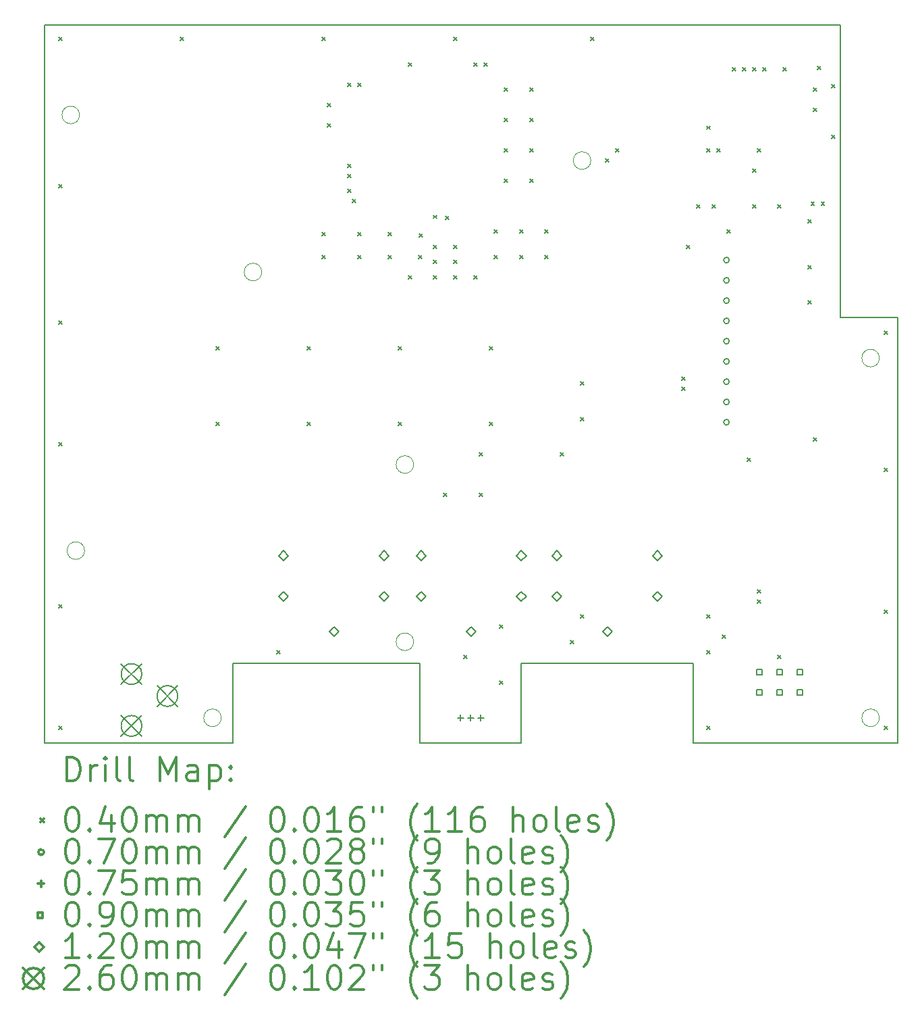
<source format=gbr>
%FSLAX45Y45*%
G04 Gerber Fmt 4.5, Leading zero omitted, Abs format (unit mm)*
G04 Created by KiCad (PCBNEW (5.1.6)-1) date 2021-06-16 15:59:07*
%MOMM*%
%LPD*%
G01*
G04 APERTURE LIST*
%TA.AperFunction,Profile*%
%ADD10C,0.050000*%
%TD*%
%TA.AperFunction,Profile*%
%ADD11C,0.200000*%
%TD*%
%ADD12C,0.200000*%
%ADD13C,0.300000*%
G04 APERTURE END LIST*
D10*
X8428500Y-14605000D02*
G75*
G03*
X8428500Y-14605000I-110000J0D01*
G01*
X14270500Y-11049000D02*
G75*
G03*
X14270500Y-11049000I-110000J0D01*
G01*
X14270500Y-15557500D02*
G75*
G03*
X14270500Y-15557500I-110000J0D01*
G01*
X4237500Y-8001000D02*
G75*
G03*
X4237500Y-8001000I-110000J0D01*
G01*
X10651000Y-8572500D02*
G75*
G03*
X10651000Y-8572500I-110000J0D01*
G01*
X6523500Y-9969500D02*
G75*
G03*
X6523500Y-9969500I-110000J0D01*
G01*
X4301000Y-13462000D02*
G75*
G03*
X4301000Y-13462000I-110000J0D01*
G01*
X8428500Y-12382500D02*
G75*
G03*
X8428500Y-12382500I-110000J0D01*
G01*
X6015500Y-15557500D02*
G75*
G03*
X6015500Y-15557500I-110000J0D01*
G01*
D11*
X6159500Y-15875000D02*
X6159500Y-14872000D01*
X11938000Y-15875000D02*
X11938000Y-14872000D01*
X14500000Y-15875000D02*
X11938000Y-15875000D01*
X14500000Y-15875000D02*
X14500000Y-14872000D01*
X3800000Y-15875000D02*
X6159500Y-15875000D01*
X9779000Y-14872000D02*
X11938000Y-14872000D01*
X9779000Y-15875000D02*
X9779000Y-14872000D01*
X9779000Y-15875000D02*
X8509000Y-15875000D01*
X8509000Y-15875000D02*
X8509000Y-14872000D01*
X13779500Y-10541000D02*
X13779500Y-6872000D01*
X14500000Y-10541000D02*
X13779500Y-10541000D01*
X3800000Y-6872000D02*
X13779500Y-6872000D01*
X6159500Y-14872000D02*
X8509000Y-14872000D01*
X14500000Y-10541000D02*
X14500000Y-14872000D01*
X3800000Y-6872000D02*
X3800000Y-15875000D01*
D12*
X12108500Y-8141500D02*
X12148500Y-8181500D01*
X12148500Y-8141500D02*
X12108500Y-8181500D01*
X12108500Y-8425500D02*
X12148500Y-8465500D01*
X12148500Y-8425500D02*
X12108500Y-8465500D01*
X12235500Y-8425500D02*
X12275500Y-8465500D01*
X12275500Y-8425500D02*
X12235500Y-8465500D01*
X12426000Y-7409500D02*
X12466000Y-7449500D01*
X12466000Y-7409500D02*
X12426000Y-7449500D01*
X12553000Y-7409500D02*
X12593000Y-7449500D01*
X12593000Y-7409500D02*
X12553000Y-7449500D01*
X12680000Y-7409500D02*
X12720000Y-7449500D01*
X12720000Y-7409500D02*
X12680000Y-7449500D01*
X12680000Y-8679500D02*
X12720000Y-8719500D01*
X12720000Y-8679500D02*
X12680000Y-8719500D01*
X12743500Y-8425500D02*
X12783500Y-8465500D01*
X12783500Y-8425500D02*
X12743500Y-8465500D01*
X12807000Y-7409500D02*
X12847000Y-7449500D01*
X12847000Y-7409500D02*
X12807000Y-7449500D01*
X13061000Y-7409500D02*
X13101000Y-7449500D01*
X13101000Y-7409500D02*
X13061000Y-7449500D01*
X13442000Y-7663500D02*
X13482000Y-7703500D01*
X13482000Y-7663500D02*
X13442000Y-7703500D01*
X13442000Y-7917500D02*
X13482000Y-7957500D01*
X13482000Y-7917500D02*
X13442000Y-7957500D01*
X13492800Y-7391500D02*
X13532800Y-7431500D01*
X13532800Y-7391500D02*
X13492800Y-7431500D01*
X13674000Y-7622000D02*
X13714000Y-7662000D01*
X13714000Y-7622000D02*
X13674000Y-7662000D01*
X13674000Y-8257000D02*
X13714000Y-8297000D01*
X13714000Y-8257000D02*
X13674000Y-8297000D01*
X8108000Y-9759000D02*
X8148000Y-9799000D01*
X8148000Y-9759000D02*
X8108000Y-9799000D01*
X14331000Y-12426000D02*
X14371000Y-12466000D01*
X14371000Y-12426000D02*
X14331000Y-12466000D01*
X7346000Y-7854000D02*
X7386000Y-7894000D01*
X7386000Y-7854000D02*
X7346000Y-7894000D01*
X14331000Y-14204000D02*
X14371000Y-14244000D01*
X14371000Y-14204000D02*
X14331000Y-14244000D01*
X7727000Y-9475000D02*
X7767000Y-9515000D01*
X7767000Y-9475000D02*
X7727000Y-9515000D01*
X12108500Y-14712000D02*
X12148500Y-14752000D01*
X12148500Y-14712000D02*
X12108500Y-14752000D01*
X12108500Y-15664500D02*
X12148500Y-15704500D01*
X12148500Y-15664500D02*
X12108500Y-15704500D01*
X10076500Y-9759000D02*
X10116500Y-9799000D01*
X10116500Y-9759000D02*
X10076500Y-9799000D01*
X5504500Y-7028500D02*
X5544500Y-7068500D01*
X5544500Y-7028500D02*
X5504500Y-7068500D01*
X9441500Y-9759000D02*
X9481500Y-9799000D01*
X9481500Y-9759000D02*
X9441500Y-9799000D01*
X10521000Y-11346500D02*
X10561000Y-11386500D01*
X10561000Y-11346500D02*
X10521000Y-11386500D01*
X9886000Y-7663500D02*
X9926000Y-7703500D01*
X9926000Y-7663500D02*
X9886000Y-7703500D01*
X9251000Y-12235500D02*
X9291000Y-12275500D01*
X9291000Y-12235500D02*
X9251000Y-12275500D01*
X7727000Y-9759000D02*
X7767000Y-9799000D01*
X7767000Y-9759000D02*
X7727000Y-9799000D01*
X14331000Y-15664500D02*
X14371000Y-15704500D01*
X14371000Y-15664500D02*
X14331000Y-15704500D01*
X9886000Y-8806500D02*
X9926000Y-8846500D01*
X9926000Y-8806500D02*
X9886000Y-8846500D01*
X12299000Y-14521500D02*
X12339000Y-14561500D01*
X12339000Y-14521500D02*
X12299000Y-14561500D01*
X7282500Y-9475000D02*
X7322500Y-9515000D01*
X7322500Y-9475000D02*
X7282500Y-9515000D01*
X9568500Y-7663500D02*
X9608500Y-7703500D01*
X9608500Y-7663500D02*
X9568500Y-7703500D01*
X10267000Y-12235500D02*
X10307000Y-12275500D01*
X10307000Y-12235500D02*
X10267000Y-12275500D01*
X9378000Y-11854500D02*
X9418000Y-11894500D01*
X9418000Y-11854500D02*
X9378000Y-11894500D01*
X11981500Y-9124000D02*
X12021500Y-9164000D01*
X12021500Y-9124000D02*
X11981500Y-9164000D01*
X13413000Y-9095000D02*
X13453000Y-9135000D01*
X13453000Y-9095000D02*
X13413000Y-9135000D01*
X7282500Y-7028500D02*
X7322500Y-7068500D01*
X7322500Y-7028500D02*
X7282500Y-7068500D01*
X7092000Y-10902000D02*
X7132000Y-10942000D01*
X7132000Y-10902000D02*
X7092000Y-10942000D01*
X13540000Y-9095000D02*
X13580000Y-9135000D01*
X13580000Y-9095000D02*
X13540000Y-9135000D01*
X13378500Y-9886000D02*
X13418500Y-9926000D01*
X13418500Y-9886000D02*
X13378500Y-9926000D01*
X5949000Y-10902000D02*
X5989000Y-10942000D01*
X5989000Y-10902000D02*
X5949000Y-10942000D01*
X7600000Y-8616000D02*
X7640000Y-8656000D01*
X7640000Y-8616000D02*
X7600000Y-8656000D01*
X10521000Y-11791000D02*
X10561000Y-11831000D01*
X10561000Y-11791000D02*
X10521000Y-11831000D01*
X10838500Y-8552500D02*
X10878500Y-8592500D01*
X10878500Y-8552500D02*
X10838500Y-8592500D01*
X9886000Y-8425500D02*
X9926000Y-8465500D01*
X9926000Y-8425500D02*
X9886000Y-8465500D01*
X9251000Y-12743500D02*
X9291000Y-12783500D01*
X9291000Y-12743500D02*
X9251000Y-12783500D01*
X8500500Y-9493500D02*
X8540500Y-9533500D01*
X8540500Y-9493500D02*
X8500500Y-9533500D01*
X14331000Y-10711500D02*
X14371000Y-10751500D01*
X14371000Y-10711500D02*
X14331000Y-10751500D01*
X9568500Y-8425500D02*
X9608500Y-8465500D01*
X9608500Y-8425500D02*
X9568500Y-8465500D01*
X12108500Y-14267500D02*
X12148500Y-14307500D01*
X12148500Y-14267500D02*
X12108500Y-14307500D01*
X7727000Y-7600000D02*
X7767000Y-7640000D01*
X7767000Y-7600000D02*
X7727000Y-7640000D01*
X9568500Y-8806500D02*
X9608500Y-8846500D01*
X9608500Y-8806500D02*
X9568500Y-8846500D01*
X12743500Y-13950000D02*
X12783500Y-13990000D01*
X12783500Y-13950000D02*
X12743500Y-13990000D01*
X7092000Y-11854500D02*
X7132000Y-11894500D01*
X7132000Y-11854500D02*
X7092000Y-11894500D01*
X8933500Y-7028500D02*
X8973500Y-7068500D01*
X8973500Y-7028500D02*
X8933500Y-7068500D01*
X9505000Y-15093000D02*
X9545000Y-15133000D01*
X9545000Y-15093000D02*
X9505000Y-15133000D01*
X6711000Y-14712000D02*
X6751000Y-14752000D01*
X6751000Y-14712000D02*
X6711000Y-14752000D01*
X8933500Y-9822500D02*
X8973500Y-9862500D01*
X8973500Y-9822500D02*
X8933500Y-9862500D01*
X3980500Y-14140500D02*
X4020500Y-14180500D01*
X4020500Y-14140500D02*
X3980500Y-14180500D01*
X9187500Y-7346000D02*
X9227500Y-7386000D01*
X9227500Y-7346000D02*
X9187500Y-7386000D01*
X9187500Y-10013000D02*
X9227500Y-10053000D01*
X9227500Y-10013000D02*
X9187500Y-10053000D01*
X10965500Y-8425500D02*
X11005500Y-8465500D01*
X11005500Y-8425500D02*
X10965500Y-8465500D01*
X7600000Y-7600000D02*
X7640000Y-7640000D01*
X7640000Y-7600000D02*
X7600000Y-7640000D01*
X3980500Y-8870000D02*
X4020500Y-8910000D01*
X4020500Y-8870000D02*
X3980500Y-8910000D01*
X7282500Y-9759000D02*
X7322500Y-9799000D01*
X7322500Y-9759000D02*
X7282500Y-9799000D01*
X10394000Y-14585000D02*
X10434000Y-14625000D01*
X10434000Y-14585000D02*
X10394000Y-14625000D01*
X10521000Y-14267500D02*
X10561000Y-14307500D01*
X10561000Y-14267500D02*
X10521000Y-14307500D01*
X9314500Y-7346000D02*
X9354500Y-7386000D01*
X9354500Y-7346000D02*
X9314500Y-7386000D01*
X9505000Y-14394500D02*
X9545000Y-14434500D01*
X9545000Y-14394500D02*
X9505000Y-14434500D01*
X13378500Y-9314500D02*
X13418500Y-9354500D01*
X13418500Y-9314500D02*
X13378500Y-9354500D01*
X8235000Y-10902000D02*
X8275000Y-10942000D01*
X8275000Y-10902000D02*
X8235000Y-10942000D01*
X8679500Y-9259000D02*
X8719500Y-9299000D01*
X8719500Y-9259000D02*
X8679500Y-9299000D01*
X3980500Y-12108500D02*
X4020500Y-12148500D01*
X4020500Y-12108500D02*
X3980500Y-12148500D01*
X11854500Y-9632000D02*
X11894500Y-9672000D01*
X11894500Y-9632000D02*
X11854500Y-9672000D01*
X9441500Y-9441500D02*
X9481500Y-9481500D01*
X9481500Y-9441500D02*
X9441500Y-9481500D01*
X13378500Y-10330500D02*
X13418500Y-10370500D01*
X13418500Y-10330500D02*
X13378500Y-10370500D01*
X7600000Y-8743000D02*
X7640000Y-8783000D01*
X7640000Y-8743000D02*
X7600000Y-8783000D01*
X8679500Y-10013000D02*
X8719500Y-10053000D01*
X8719500Y-10013000D02*
X8679500Y-10053000D01*
X8362000Y-10013000D02*
X8402000Y-10053000D01*
X8402000Y-10013000D02*
X8362000Y-10053000D01*
X8489000Y-9759000D02*
X8529000Y-9799000D01*
X8529000Y-9759000D02*
X8489000Y-9799000D01*
X11791000Y-11283000D02*
X11831000Y-11323000D01*
X11831000Y-11283000D02*
X11791000Y-11323000D01*
X9378000Y-10902000D02*
X9418000Y-10942000D01*
X9418000Y-10902000D02*
X9378000Y-10942000D01*
X10076500Y-9441500D02*
X10116500Y-9481500D01*
X10116500Y-9441500D02*
X10076500Y-9481500D01*
X10648000Y-7028500D02*
X10688000Y-7068500D01*
X10688000Y-7028500D02*
X10648000Y-7068500D01*
X9060500Y-14775500D02*
X9100500Y-14815500D01*
X9100500Y-14775500D02*
X9060500Y-14815500D01*
X12997500Y-9124000D02*
X13037500Y-9164000D01*
X13037500Y-9124000D02*
X12997500Y-9164000D01*
X7663500Y-9060500D02*
X7703500Y-9100500D01*
X7703500Y-9060500D02*
X7663500Y-9100500D01*
X3980500Y-10584500D02*
X4020500Y-10624500D01*
X4020500Y-10584500D02*
X3980500Y-10624500D01*
X11791000Y-11410000D02*
X11831000Y-11450000D01*
X11831000Y-11410000D02*
X11791000Y-11450000D01*
X8933500Y-10013000D02*
X8973500Y-10053000D01*
X8973500Y-10013000D02*
X8933500Y-10053000D01*
X5949000Y-11854500D02*
X5989000Y-11894500D01*
X5989000Y-11854500D02*
X5949000Y-11894500D01*
X8108000Y-9475000D02*
X8148000Y-9515000D01*
X8148000Y-9475000D02*
X8108000Y-9515000D01*
X8362000Y-7346000D02*
X8402000Y-7386000D01*
X8402000Y-7346000D02*
X8362000Y-7386000D01*
X12997500Y-14775500D02*
X13037500Y-14815500D01*
X13037500Y-14775500D02*
X12997500Y-14815500D01*
X9886000Y-8044500D02*
X9926000Y-8084500D01*
X9926000Y-8044500D02*
X9886000Y-8084500D01*
X12743500Y-14077000D02*
X12783500Y-14117000D01*
X12783500Y-14077000D02*
X12743500Y-14117000D01*
X8827500Y-9272000D02*
X8867500Y-9312000D01*
X8867500Y-9272000D02*
X8827500Y-9312000D01*
X8235000Y-11854500D02*
X8275000Y-11894500D01*
X8275000Y-11854500D02*
X8235000Y-11894500D01*
X12362500Y-9441500D02*
X12402500Y-9481500D01*
X12402500Y-9441500D02*
X12362500Y-9481500D01*
X12172000Y-9124000D02*
X12212000Y-9164000D01*
X12212000Y-9124000D02*
X12172000Y-9164000D01*
X9759000Y-9759000D02*
X9799000Y-9799000D01*
X9799000Y-9759000D02*
X9759000Y-9799000D01*
X3980500Y-15664500D02*
X4020500Y-15704500D01*
X4020500Y-15664500D02*
X3980500Y-15704500D01*
X8679500Y-9822500D02*
X8719500Y-9862500D01*
X8719500Y-9822500D02*
X8679500Y-9862500D01*
X13442000Y-12045000D02*
X13482000Y-12085000D01*
X13482000Y-12045000D02*
X13442000Y-12085000D01*
X8933500Y-9632000D02*
X8973500Y-9672000D01*
X8973500Y-9632000D02*
X8933500Y-9672000D01*
X3980500Y-7028500D02*
X4020500Y-7068500D01*
X4020500Y-7028500D02*
X3980500Y-7068500D01*
X9568500Y-8044500D02*
X9608500Y-8084500D01*
X9608500Y-8044500D02*
X9568500Y-8084500D01*
X8806500Y-12743500D02*
X8846500Y-12783500D01*
X8846500Y-12743500D02*
X8806500Y-12783500D01*
X12616500Y-12299000D02*
X12656500Y-12339000D01*
X12656500Y-12299000D02*
X12616500Y-12339000D01*
X12680000Y-9124000D02*
X12720000Y-9164000D01*
X12720000Y-9124000D02*
X12680000Y-9164000D01*
X9759000Y-9441500D02*
X9799000Y-9481500D01*
X9799000Y-9441500D02*
X9759000Y-9481500D01*
X7600000Y-8933500D02*
X7640000Y-8973500D01*
X7640000Y-8933500D02*
X7600000Y-8973500D01*
X8679500Y-9632000D02*
X8719500Y-9672000D01*
X8719500Y-9632000D02*
X8679500Y-9672000D01*
X7346000Y-8108000D02*
X7386000Y-8148000D01*
X7386000Y-8108000D02*
X7346000Y-8148000D01*
X12386500Y-9821000D02*
G75*
G03*
X12386500Y-9821000I-35000J0D01*
G01*
X12386500Y-10075000D02*
G75*
G03*
X12386500Y-10075000I-35000J0D01*
G01*
X12386500Y-10329000D02*
G75*
G03*
X12386500Y-10329000I-35000J0D01*
G01*
X12386500Y-10583000D02*
G75*
G03*
X12386500Y-10583000I-35000J0D01*
G01*
X12386500Y-10837000D02*
G75*
G03*
X12386500Y-10837000I-35000J0D01*
G01*
X12386500Y-11091000D02*
G75*
G03*
X12386500Y-11091000I-35000J0D01*
G01*
X12386500Y-11345000D02*
G75*
G03*
X12386500Y-11345000I-35000J0D01*
G01*
X12386500Y-11599000D02*
G75*
G03*
X12386500Y-11599000I-35000J0D01*
G01*
X12386500Y-11853000D02*
G75*
G03*
X12386500Y-11853000I-35000J0D01*
G01*
X9017000Y-15520000D02*
X9017000Y-15595000D01*
X8979500Y-15557500D02*
X9054500Y-15557500D01*
X9144000Y-15520000D02*
X9144000Y-15595000D01*
X9106500Y-15557500D02*
X9181500Y-15557500D01*
X9271000Y-15520000D02*
X9271000Y-15595000D01*
X9233500Y-15557500D02*
X9308500Y-15557500D01*
X12795320Y-15017820D02*
X12795320Y-14954180D01*
X12731680Y-14954180D01*
X12731680Y-15017820D01*
X12795320Y-15017820D01*
X12795320Y-15271820D02*
X12795320Y-15208180D01*
X12731680Y-15208180D01*
X12731680Y-15271820D01*
X12795320Y-15271820D01*
X13049320Y-15017820D02*
X13049320Y-14954180D01*
X12985680Y-14954180D01*
X12985680Y-15017820D01*
X13049320Y-15017820D01*
X13049320Y-15271820D02*
X13049320Y-15208180D01*
X12985680Y-15208180D01*
X12985680Y-15271820D01*
X13049320Y-15271820D01*
X13303320Y-15017820D02*
X13303320Y-14954180D01*
X13239680Y-14954180D01*
X13239680Y-15017820D01*
X13303320Y-15017820D01*
X13303320Y-15271820D02*
X13303320Y-15208180D01*
X13239680Y-15208180D01*
X13239680Y-15271820D01*
X13303320Y-15271820D01*
X8520000Y-13584500D02*
X8580000Y-13524500D01*
X8520000Y-13464500D01*
X8460000Y-13524500D01*
X8520000Y-13584500D01*
X8520000Y-14094500D02*
X8580000Y-14034500D01*
X8520000Y-13974500D01*
X8460000Y-14034500D01*
X8520000Y-14094500D01*
X9150000Y-14534500D02*
X9210000Y-14474500D01*
X9150000Y-14414500D01*
X9090000Y-14474500D01*
X9150000Y-14534500D01*
X9780000Y-13584500D02*
X9840000Y-13524500D01*
X9780000Y-13464500D01*
X9720000Y-13524500D01*
X9780000Y-13584500D01*
X9780000Y-14094500D02*
X9840000Y-14034500D01*
X9780000Y-13974500D01*
X9720000Y-14034500D01*
X9780000Y-14094500D01*
X10228500Y-13584500D02*
X10288500Y-13524500D01*
X10228500Y-13464500D01*
X10168500Y-13524500D01*
X10228500Y-13584500D01*
X10228500Y-14094500D02*
X10288500Y-14034500D01*
X10228500Y-13974500D01*
X10168500Y-14034500D01*
X10228500Y-14094500D01*
X10858500Y-14534500D02*
X10918500Y-14474500D01*
X10858500Y-14414500D01*
X10798500Y-14474500D01*
X10858500Y-14534500D01*
X11488500Y-13584500D02*
X11548500Y-13524500D01*
X11488500Y-13464500D01*
X11428500Y-13524500D01*
X11488500Y-13584500D01*
X11488500Y-14094500D02*
X11548500Y-14034500D01*
X11488500Y-13974500D01*
X11428500Y-14034500D01*
X11488500Y-14094500D01*
X6799500Y-13584500D02*
X6859500Y-13524500D01*
X6799500Y-13464500D01*
X6739500Y-13524500D01*
X6799500Y-13584500D01*
X6799500Y-14094500D02*
X6859500Y-14034500D01*
X6799500Y-13974500D01*
X6739500Y-14034500D01*
X6799500Y-14094500D01*
X7429500Y-14534500D02*
X7489500Y-14474500D01*
X7429500Y-14414500D01*
X7369500Y-14474500D01*
X7429500Y-14534500D01*
X8059500Y-13584500D02*
X8119500Y-13524500D01*
X8059500Y-13464500D01*
X7999500Y-13524500D01*
X8059500Y-13584500D01*
X8059500Y-14094500D02*
X8119500Y-14034500D01*
X8059500Y-13974500D01*
X7999500Y-14034500D01*
X8059500Y-14094500D01*
X4759500Y-14879500D02*
X5019500Y-15139500D01*
X5019500Y-14879500D02*
X4759500Y-15139500D01*
X5019500Y-15009500D02*
G75*
G03*
X5019500Y-15009500I-130000J0D01*
G01*
X4759500Y-15529500D02*
X5019500Y-15789500D01*
X5019500Y-15529500D02*
X4759500Y-15789500D01*
X5019500Y-15659500D02*
G75*
G03*
X5019500Y-15659500I-130000J0D01*
G01*
X5209500Y-15154500D02*
X5469500Y-15414500D01*
X5469500Y-15154500D02*
X5209500Y-15414500D01*
X5469500Y-15284500D02*
G75*
G03*
X5469500Y-15284500I-130000J0D01*
G01*
D13*
X4076428Y-16350714D02*
X4076428Y-16050714D01*
X4147857Y-16050714D01*
X4190714Y-16065000D01*
X4219286Y-16093571D01*
X4233571Y-16122143D01*
X4247857Y-16179286D01*
X4247857Y-16222143D01*
X4233571Y-16279286D01*
X4219286Y-16307857D01*
X4190714Y-16336429D01*
X4147857Y-16350714D01*
X4076428Y-16350714D01*
X4376428Y-16350714D02*
X4376428Y-16150714D01*
X4376428Y-16207857D02*
X4390714Y-16179286D01*
X4405000Y-16165000D01*
X4433571Y-16150714D01*
X4462143Y-16150714D01*
X4562143Y-16350714D02*
X4562143Y-16150714D01*
X4562143Y-16050714D02*
X4547857Y-16065000D01*
X4562143Y-16079286D01*
X4576428Y-16065000D01*
X4562143Y-16050714D01*
X4562143Y-16079286D01*
X4747857Y-16350714D02*
X4719286Y-16336429D01*
X4705000Y-16307857D01*
X4705000Y-16050714D01*
X4905000Y-16350714D02*
X4876428Y-16336429D01*
X4862143Y-16307857D01*
X4862143Y-16050714D01*
X5247857Y-16350714D02*
X5247857Y-16050714D01*
X5347857Y-16265000D01*
X5447857Y-16050714D01*
X5447857Y-16350714D01*
X5719286Y-16350714D02*
X5719286Y-16193571D01*
X5705000Y-16165000D01*
X5676428Y-16150714D01*
X5619286Y-16150714D01*
X5590714Y-16165000D01*
X5719286Y-16336429D02*
X5690714Y-16350714D01*
X5619286Y-16350714D01*
X5590714Y-16336429D01*
X5576428Y-16307857D01*
X5576428Y-16279286D01*
X5590714Y-16250714D01*
X5619286Y-16236429D01*
X5690714Y-16236429D01*
X5719286Y-16222143D01*
X5862143Y-16150714D02*
X5862143Y-16450714D01*
X5862143Y-16165000D02*
X5890714Y-16150714D01*
X5947857Y-16150714D01*
X5976428Y-16165000D01*
X5990714Y-16179286D01*
X6005000Y-16207857D01*
X6005000Y-16293571D01*
X5990714Y-16322143D01*
X5976428Y-16336429D01*
X5947857Y-16350714D01*
X5890714Y-16350714D01*
X5862143Y-16336429D01*
X6133571Y-16322143D02*
X6147857Y-16336429D01*
X6133571Y-16350714D01*
X6119286Y-16336429D01*
X6133571Y-16322143D01*
X6133571Y-16350714D01*
X6133571Y-16165000D02*
X6147857Y-16179286D01*
X6133571Y-16193571D01*
X6119286Y-16179286D01*
X6133571Y-16165000D01*
X6133571Y-16193571D01*
X3750000Y-16825000D02*
X3790000Y-16865000D01*
X3790000Y-16825000D02*
X3750000Y-16865000D01*
X4133571Y-16680714D02*
X4162143Y-16680714D01*
X4190714Y-16695000D01*
X4205000Y-16709286D01*
X4219286Y-16737857D01*
X4233571Y-16795000D01*
X4233571Y-16866429D01*
X4219286Y-16923572D01*
X4205000Y-16952143D01*
X4190714Y-16966429D01*
X4162143Y-16980714D01*
X4133571Y-16980714D01*
X4105000Y-16966429D01*
X4090714Y-16952143D01*
X4076428Y-16923572D01*
X4062143Y-16866429D01*
X4062143Y-16795000D01*
X4076428Y-16737857D01*
X4090714Y-16709286D01*
X4105000Y-16695000D01*
X4133571Y-16680714D01*
X4362143Y-16952143D02*
X4376428Y-16966429D01*
X4362143Y-16980714D01*
X4347857Y-16966429D01*
X4362143Y-16952143D01*
X4362143Y-16980714D01*
X4633571Y-16780714D02*
X4633571Y-16980714D01*
X4562143Y-16666429D02*
X4490714Y-16880714D01*
X4676428Y-16880714D01*
X4847857Y-16680714D02*
X4876428Y-16680714D01*
X4905000Y-16695000D01*
X4919286Y-16709286D01*
X4933571Y-16737857D01*
X4947857Y-16795000D01*
X4947857Y-16866429D01*
X4933571Y-16923572D01*
X4919286Y-16952143D01*
X4905000Y-16966429D01*
X4876428Y-16980714D01*
X4847857Y-16980714D01*
X4819286Y-16966429D01*
X4805000Y-16952143D01*
X4790714Y-16923572D01*
X4776428Y-16866429D01*
X4776428Y-16795000D01*
X4790714Y-16737857D01*
X4805000Y-16709286D01*
X4819286Y-16695000D01*
X4847857Y-16680714D01*
X5076428Y-16980714D02*
X5076428Y-16780714D01*
X5076428Y-16809286D02*
X5090714Y-16795000D01*
X5119286Y-16780714D01*
X5162143Y-16780714D01*
X5190714Y-16795000D01*
X5205000Y-16823572D01*
X5205000Y-16980714D01*
X5205000Y-16823572D02*
X5219286Y-16795000D01*
X5247857Y-16780714D01*
X5290714Y-16780714D01*
X5319286Y-16795000D01*
X5333571Y-16823572D01*
X5333571Y-16980714D01*
X5476428Y-16980714D02*
X5476428Y-16780714D01*
X5476428Y-16809286D02*
X5490714Y-16795000D01*
X5519286Y-16780714D01*
X5562143Y-16780714D01*
X5590714Y-16795000D01*
X5605000Y-16823572D01*
X5605000Y-16980714D01*
X5605000Y-16823572D02*
X5619286Y-16795000D01*
X5647857Y-16780714D01*
X5690714Y-16780714D01*
X5719286Y-16795000D01*
X5733571Y-16823572D01*
X5733571Y-16980714D01*
X6319286Y-16666429D02*
X6062143Y-17052143D01*
X6705000Y-16680714D02*
X6733571Y-16680714D01*
X6762143Y-16695000D01*
X6776428Y-16709286D01*
X6790714Y-16737857D01*
X6805000Y-16795000D01*
X6805000Y-16866429D01*
X6790714Y-16923572D01*
X6776428Y-16952143D01*
X6762143Y-16966429D01*
X6733571Y-16980714D01*
X6705000Y-16980714D01*
X6676428Y-16966429D01*
X6662143Y-16952143D01*
X6647857Y-16923572D01*
X6633571Y-16866429D01*
X6633571Y-16795000D01*
X6647857Y-16737857D01*
X6662143Y-16709286D01*
X6676428Y-16695000D01*
X6705000Y-16680714D01*
X6933571Y-16952143D02*
X6947857Y-16966429D01*
X6933571Y-16980714D01*
X6919286Y-16966429D01*
X6933571Y-16952143D01*
X6933571Y-16980714D01*
X7133571Y-16680714D02*
X7162143Y-16680714D01*
X7190714Y-16695000D01*
X7205000Y-16709286D01*
X7219286Y-16737857D01*
X7233571Y-16795000D01*
X7233571Y-16866429D01*
X7219286Y-16923572D01*
X7205000Y-16952143D01*
X7190714Y-16966429D01*
X7162143Y-16980714D01*
X7133571Y-16980714D01*
X7105000Y-16966429D01*
X7090714Y-16952143D01*
X7076428Y-16923572D01*
X7062143Y-16866429D01*
X7062143Y-16795000D01*
X7076428Y-16737857D01*
X7090714Y-16709286D01*
X7105000Y-16695000D01*
X7133571Y-16680714D01*
X7519286Y-16980714D02*
X7347857Y-16980714D01*
X7433571Y-16980714D02*
X7433571Y-16680714D01*
X7405000Y-16723571D01*
X7376428Y-16752143D01*
X7347857Y-16766429D01*
X7776428Y-16680714D02*
X7719286Y-16680714D01*
X7690714Y-16695000D01*
X7676428Y-16709286D01*
X7647857Y-16752143D01*
X7633571Y-16809286D01*
X7633571Y-16923572D01*
X7647857Y-16952143D01*
X7662143Y-16966429D01*
X7690714Y-16980714D01*
X7747857Y-16980714D01*
X7776428Y-16966429D01*
X7790714Y-16952143D01*
X7805000Y-16923572D01*
X7805000Y-16852143D01*
X7790714Y-16823572D01*
X7776428Y-16809286D01*
X7747857Y-16795000D01*
X7690714Y-16795000D01*
X7662143Y-16809286D01*
X7647857Y-16823572D01*
X7633571Y-16852143D01*
X7919286Y-16680714D02*
X7919286Y-16737857D01*
X8033571Y-16680714D02*
X8033571Y-16737857D01*
X8476428Y-17095000D02*
X8462143Y-17080714D01*
X8433571Y-17037857D01*
X8419286Y-17009286D01*
X8405000Y-16966429D01*
X8390714Y-16895000D01*
X8390714Y-16837857D01*
X8405000Y-16766429D01*
X8419286Y-16723571D01*
X8433571Y-16695000D01*
X8462143Y-16652143D01*
X8476428Y-16637857D01*
X8747857Y-16980714D02*
X8576428Y-16980714D01*
X8662143Y-16980714D02*
X8662143Y-16680714D01*
X8633571Y-16723571D01*
X8605000Y-16752143D01*
X8576428Y-16766429D01*
X9033571Y-16980714D02*
X8862143Y-16980714D01*
X8947857Y-16980714D02*
X8947857Y-16680714D01*
X8919286Y-16723571D01*
X8890714Y-16752143D01*
X8862143Y-16766429D01*
X9290714Y-16680714D02*
X9233571Y-16680714D01*
X9205000Y-16695000D01*
X9190714Y-16709286D01*
X9162143Y-16752143D01*
X9147857Y-16809286D01*
X9147857Y-16923572D01*
X9162143Y-16952143D01*
X9176428Y-16966429D01*
X9205000Y-16980714D01*
X9262143Y-16980714D01*
X9290714Y-16966429D01*
X9305000Y-16952143D01*
X9319286Y-16923572D01*
X9319286Y-16852143D01*
X9305000Y-16823572D01*
X9290714Y-16809286D01*
X9262143Y-16795000D01*
X9205000Y-16795000D01*
X9176428Y-16809286D01*
X9162143Y-16823572D01*
X9147857Y-16852143D01*
X9676428Y-16980714D02*
X9676428Y-16680714D01*
X9805000Y-16980714D02*
X9805000Y-16823572D01*
X9790714Y-16795000D01*
X9762143Y-16780714D01*
X9719286Y-16780714D01*
X9690714Y-16795000D01*
X9676428Y-16809286D01*
X9990714Y-16980714D02*
X9962143Y-16966429D01*
X9947857Y-16952143D01*
X9933571Y-16923572D01*
X9933571Y-16837857D01*
X9947857Y-16809286D01*
X9962143Y-16795000D01*
X9990714Y-16780714D01*
X10033571Y-16780714D01*
X10062143Y-16795000D01*
X10076428Y-16809286D01*
X10090714Y-16837857D01*
X10090714Y-16923572D01*
X10076428Y-16952143D01*
X10062143Y-16966429D01*
X10033571Y-16980714D01*
X9990714Y-16980714D01*
X10262143Y-16980714D02*
X10233571Y-16966429D01*
X10219286Y-16937857D01*
X10219286Y-16680714D01*
X10490714Y-16966429D02*
X10462143Y-16980714D01*
X10405000Y-16980714D01*
X10376428Y-16966429D01*
X10362143Y-16937857D01*
X10362143Y-16823572D01*
X10376428Y-16795000D01*
X10405000Y-16780714D01*
X10462143Y-16780714D01*
X10490714Y-16795000D01*
X10505000Y-16823572D01*
X10505000Y-16852143D01*
X10362143Y-16880714D01*
X10619286Y-16966429D02*
X10647857Y-16980714D01*
X10705000Y-16980714D01*
X10733571Y-16966429D01*
X10747857Y-16937857D01*
X10747857Y-16923572D01*
X10733571Y-16895000D01*
X10705000Y-16880714D01*
X10662143Y-16880714D01*
X10633571Y-16866429D01*
X10619286Y-16837857D01*
X10619286Y-16823572D01*
X10633571Y-16795000D01*
X10662143Y-16780714D01*
X10705000Y-16780714D01*
X10733571Y-16795000D01*
X10847857Y-17095000D02*
X10862143Y-17080714D01*
X10890714Y-17037857D01*
X10905000Y-17009286D01*
X10919286Y-16966429D01*
X10933571Y-16895000D01*
X10933571Y-16837857D01*
X10919286Y-16766429D01*
X10905000Y-16723571D01*
X10890714Y-16695000D01*
X10862143Y-16652143D01*
X10847857Y-16637857D01*
X3790000Y-17241000D02*
G75*
G03*
X3790000Y-17241000I-35000J0D01*
G01*
X4133571Y-17076714D02*
X4162143Y-17076714D01*
X4190714Y-17091000D01*
X4205000Y-17105286D01*
X4219286Y-17133857D01*
X4233571Y-17191000D01*
X4233571Y-17262429D01*
X4219286Y-17319572D01*
X4205000Y-17348143D01*
X4190714Y-17362429D01*
X4162143Y-17376714D01*
X4133571Y-17376714D01*
X4105000Y-17362429D01*
X4090714Y-17348143D01*
X4076428Y-17319572D01*
X4062143Y-17262429D01*
X4062143Y-17191000D01*
X4076428Y-17133857D01*
X4090714Y-17105286D01*
X4105000Y-17091000D01*
X4133571Y-17076714D01*
X4362143Y-17348143D02*
X4376428Y-17362429D01*
X4362143Y-17376714D01*
X4347857Y-17362429D01*
X4362143Y-17348143D01*
X4362143Y-17376714D01*
X4476428Y-17076714D02*
X4676428Y-17076714D01*
X4547857Y-17376714D01*
X4847857Y-17076714D02*
X4876428Y-17076714D01*
X4905000Y-17091000D01*
X4919286Y-17105286D01*
X4933571Y-17133857D01*
X4947857Y-17191000D01*
X4947857Y-17262429D01*
X4933571Y-17319572D01*
X4919286Y-17348143D01*
X4905000Y-17362429D01*
X4876428Y-17376714D01*
X4847857Y-17376714D01*
X4819286Y-17362429D01*
X4805000Y-17348143D01*
X4790714Y-17319572D01*
X4776428Y-17262429D01*
X4776428Y-17191000D01*
X4790714Y-17133857D01*
X4805000Y-17105286D01*
X4819286Y-17091000D01*
X4847857Y-17076714D01*
X5076428Y-17376714D02*
X5076428Y-17176714D01*
X5076428Y-17205286D02*
X5090714Y-17191000D01*
X5119286Y-17176714D01*
X5162143Y-17176714D01*
X5190714Y-17191000D01*
X5205000Y-17219572D01*
X5205000Y-17376714D01*
X5205000Y-17219572D02*
X5219286Y-17191000D01*
X5247857Y-17176714D01*
X5290714Y-17176714D01*
X5319286Y-17191000D01*
X5333571Y-17219572D01*
X5333571Y-17376714D01*
X5476428Y-17376714D02*
X5476428Y-17176714D01*
X5476428Y-17205286D02*
X5490714Y-17191000D01*
X5519286Y-17176714D01*
X5562143Y-17176714D01*
X5590714Y-17191000D01*
X5605000Y-17219572D01*
X5605000Y-17376714D01*
X5605000Y-17219572D02*
X5619286Y-17191000D01*
X5647857Y-17176714D01*
X5690714Y-17176714D01*
X5719286Y-17191000D01*
X5733571Y-17219572D01*
X5733571Y-17376714D01*
X6319286Y-17062429D02*
X6062143Y-17448143D01*
X6705000Y-17076714D02*
X6733571Y-17076714D01*
X6762143Y-17091000D01*
X6776428Y-17105286D01*
X6790714Y-17133857D01*
X6805000Y-17191000D01*
X6805000Y-17262429D01*
X6790714Y-17319572D01*
X6776428Y-17348143D01*
X6762143Y-17362429D01*
X6733571Y-17376714D01*
X6705000Y-17376714D01*
X6676428Y-17362429D01*
X6662143Y-17348143D01*
X6647857Y-17319572D01*
X6633571Y-17262429D01*
X6633571Y-17191000D01*
X6647857Y-17133857D01*
X6662143Y-17105286D01*
X6676428Y-17091000D01*
X6705000Y-17076714D01*
X6933571Y-17348143D02*
X6947857Y-17362429D01*
X6933571Y-17376714D01*
X6919286Y-17362429D01*
X6933571Y-17348143D01*
X6933571Y-17376714D01*
X7133571Y-17076714D02*
X7162143Y-17076714D01*
X7190714Y-17091000D01*
X7205000Y-17105286D01*
X7219286Y-17133857D01*
X7233571Y-17191000D01*
X7233571Y-17262429D01*
X7219286Y-17319572D01*
X7205000Y-17348143D01*
X7190714Y-17362429D01*
X7162143Y-17376714D01*
X7133571Y-17376714D01*
X7105000Y-17362429D01*
X7090714Y-17348143D01*
X7076428Y-17319572D01*
X7062143Y-17262429D01*
X7062143Y-17191000D01*
X7076428Y-17133857D01*
X7090714Y-17105286D01*
X7105000Y-17091000D01*
X7133571Y-17076714D01*
X7347857Y-17105286D02*
X7362143Y-17091000D01*
X7390714Y-17076714D01*
X7462143Y-17076714D01*
X7490714Y-17091000D01*
X7505000Y-17105286D01*
X7519286Y-17133857D01*
X7519286Y-17162429D01*
X7505000Y-17205286D01*
X7333571Y-17376714D01*
X7519286Y-17376714D01*
X7690714Y-17205286D02*
X7662143Y-17191000D01*
X7647857Y-17176714D01*
X7633571Y-17148143D01*
X7633571Y-17133857D01*
X7647857Y-17105286D01*
X7662143Y-17091000D01*
X7690714Y-17076714D01*
X7747857Y-17076714D01*
X7776428Y-17091000D01*
X7790714Y-17105286D01*
X7805000Y-17133857D01*
X7805000Y-17148143D01*
X7790714Y-17176714D01*
X7776428Y-17191000D01*
X7747857Y-17205286D01*
X7690714Y-17205286D01*
X7662143Y-17219572D01*
X7647857Y-17233857D01*
X7633571Y-17262429D01*
X7633571Y-17319572D01*
X7647857Y-17348143D01*
X7662143Y-17362429D01*
X7690714Y-17376714D01*
X7747857Y-17376714D01*
X7776428Y-17362429D01*
X7790714Y-17348143D01*
X7805000Y-17319572D01*
X7805000Y-17262429D01*
X7790714Y-17233857D01*
X7776428Y-17219572D01*
X7747857Y-17205286D01*
X7919286Y-17076714D02*
X7919286Y-17133857D01*
X8033571Y-17076714D02*
X8033571Y-17133857D01*
X8476428Y-17491000D02*
X8462143Y-17476714D01*
X8433571Y-17433857D01*
X8419286Y-17405286D01*
X8405000Y-17362429D01*
X8390714Y-17291000D01*
X8390714Y-17233857D01*
X8405000Y-17162429D01*
X8419286Y-17119572D01*
X8433571Y-17091000D01*
X8462143Y-17048143D01*
X8476428Y-17033857D01*
X8605000Y-17376714D02*
X8662143Y-17376714D01*
X8690714Y-17362429D01*
X8705000Y-17348143D01*
X8733571Y-17305286D01*
X8747857Y-17248143D01*
X8747857Y-17133857D01*
X8733571Y-17105286D01*
X8719286Y-17091000D01*
X8690714Y-17076714D01*
X8633571Y-17076714D01*
X8605000Y-17091000D01*
X8590714Y-17105286D01*
X8576428Y-17133857D01*
X8576428Y-17205286D01*
X8590714Y-17233857D01*
X8605000Y-17248143D01*
X8633571Y-17262429D01*
X8690714Y-17262429D01*
X8719286Y-17248143D01*
X8733571Y-17233857D01*
X8747857Y-17205286D01*
X9105000Y-17376714D02*
X9105000Y-17076714D01*
X9233571Y-17376714D02*
X9233571Y-17219572D01*
X9219286Y-17191000D01*
X9190714Y-17176714D01*
X9147857Y-17176714D01*
X9119286Y-17191000D01*
X9105000Y-17205286D01*
X9419286Y-17376714D02*
X9390714Y-17362429D01*
X9376428Y-17348143D01*
X9362143Y-17319572D01*
X9362143Y-17233857D01*
X9376428Y-17205286D01*
X9390714Y-17191000D01*
X9419286Y-17176714D01*
X9462143Y-17176714D01*
X9490714Y-17191000D01*
X9505000Y-17205286D01*
X9519286Y-17233857D01*
X9519286Y-17319572D01*
X9505000Y-17348143D01*
X9490714Y-17362429D01*
X9462143Y-17376714D01*
X9419286Y-17376714D01*
X9690714Y-17376714D02*
X9662143Y-17362429D01*
X9647857Y-17333857D01*
X9647857Y-17076714D01*
X9919286Y-17362429D02*
X9890714Y-17376714D01*
X9833571Y-17376714D01*
X9805000Y-17362429D01*
X9790714Y-17333857D01*
X9790714Y-17219572D01*
X9805000Y-17191000D01*
X9833571Y-17176714D01*
X9890714Y-17176714D01*
X9919286Y-17191000D01*
X9933571Y-17219572D01*
X9933571Y-17248143D01*
X9790714Y-17276714D01*
X10047857Y-17362429D02*
X10076428Y-17376714D01*
X10133571Y-17376714D01*
X10162143Y-17362429D01*
X10176428Y-17333857D01*
X10176428Y-17319572D01*
X10162143Y-17291000D01*
X10133571Y-17276714D01*
X10090714Y-17276714D01*
X10062143Y-17262429D01*
X10047857Y-17233857D01*
X10047857Y-17219572D01*
X10062143Y-17191000D01*
X10090714Y-17176714D01*
X10133571Y-17176714D01*
X10162143Y-17191000D01*
X10276428Y-17491000D02*
X10290714Y-17476714D01*
X10319286Y-17433857D01*
X10333571Y-17405286D01*
X10347857Y-17362429D01*
X10362143Y-17291000D01*
X10362143Y-17233857D01*
X10347857Y-17162429D01*
X10333571Y-17119572D01*
X10319286Y-17091000D01*
X10290714Y-17048143D01*
X10276428Y-17033857D01*
X3752500Y-17599500D02*
X3752500Y-17674500D01*
X3715000Y-17637000D02*
X3790000Y-17637000D01*
X4133571Y-17472714D02*
X4162143Y-17472714D01*
X4190714Y-17487000D01*
X4205000Y-17501286D01*
X4219286Y-17529857D01*
X4233571Y-17587000D01*
X4233571Y-17658429D01*
X4219286Y-17715572D01*
X4205000Y-17744143D01*
X4190714Y-17758429D01*
X4162143Y-17772714D01*
X4133571Y-17772714D01*
X4105000Y-17758429D01*
X4090714Y-17744143D01*
X4076428Y-17715572D01*
X4062143Y-17658429D01*
X4062143Y-17587000D01*
X4076428Y-17529857D01*
X4090714Y-17501286D01*
X4105000Y-17487000D01*
X4133571Y-17472714D01*
X4362143Y-17744143D02*
X4376428Y-17758429D01*
X4362143Y-17772714D01*
X4347857Y-17758429D01*
X4362143Y-17744143D01*
X4362143Y-17772714D01*
X4476428Y-17472714D02*
X4676428Y-17472714D01*
X4547857Y-17772714D01*
X4933571Y-17472714D02*
X4790714Y-17472714D01*
X4776428Y-17615572D01*
X4790714Y-17601286D01*
X4819286Y-17587000D01*
X4890714Y-17587000D01*
X4919286Y-17601286D01*
X4933571Y-17615572D01*
X4947857Y-17644143D01*
X4947857Y-17715572D01*
X4933571Y-17744143D01*
X4919286Y-17758429D01*
X4890714Y-17772714D01*
X4819286Y-17772714D01*
X4790714Y-17758429D01*
X4776428Y-17744143D01*
X5076428Y-17772714D02*
X5076428Y-17572714D01*
X5076428Y-17601286D02*
X5090714Y-17587000D01*
X5119286Y-17572714D01*
X5162143Y-17572714D01*
X5190714Y-17587000D01*
X5205000Y-17615572D01*
X5205000Y-17772714D01*
X5205000Y-17615572D02*
X5219286Y-17587000D01*
X5247857Y-17572714D01*
X5290714Y-17572714D01*
X5319286Y-17587000D01*
X5333571Y-17615572D01*
X5333571Y-17772714D01*
X5476428Y-17772714D02*
X5476428Y-17572714D01*
X5476428Y-17601286D02*
X5490714Y-17587000D01*
X5519286Y-17572714D01*
X5562143Y-17572714D01*
X5590714Y-17587000D01*
X5605000Y-17615572D01*
X5605000Y-17772714D01*
X5605000Y-17615572D02*
X5619286Y-17587000D01*
X5647857Y-17572714D01*
X5690714Y-17572714D01*
X5719286Y-17587000D01*
X5733571Y-17615572D01*
X5733571Y-17772714D01*
X6319286Y-17458429D02*
X6062143Y-17844143D01*
X6705000Y-17472714D02*
X6733571Y-17472714D01*
X6762143Y-17487000D01*
X6776428Y-17501286D01*
X6790714Y-17529857D01*
X6805000Y-17587000D01*
X6805000Y-17658429D01*
X6790714Y-17715572D01*
X6776428Y-17744143D01*
X6762143Y-17758429D01*
X6733571Y-17772714D01*
X6705000Y-17772714D01*
X6676428Y-17758429D01*
X6662143Y-17744143D01*
X6647857Y-17715572D01*
X6633571Y-17658429D01*
X6633571Y-17587000D01*
X6647857Y-17529857D01*
X6662143Y-17501286D01*
X6676428Y-17487000D01*
X6705000Y-17472714D01*
X6933571Y-17744143D02*
X6947857Y-17758429D01*
X6933571Y-17772714D01*
X6919286Y-17758429D01*
X6933571Y-17744143D01*
X6933571Y-17772714D01*
X7133571Y-17472714D02*
X7162143Y-17472714D01*
X7190714Y-17487000D01*
X7205000Y-17501286D01*
X7219286Y-17529857D01*
X7233571Y-17587000D01*
X7233571Y-17658429D01*
X7219286Y-17715572D01*
X7205000Y-17744143D01*
X7190714Y-17758429D01*
X7162143Y-17772714D01*
X7133571Y-17772714D01*
X7105000Y-17758429D01*
X7090714Y-17744143D01*
X7076428Y-17715572D01*
X7062143Y-17658429D01*
X7062143Y-17587000D01*
X7076428Y-17529857D01*
X7090714Y-17501286D01*
X7105000Y-17487000D01*
X7133571Y-17472714D01*
X7333571Y-17472714D02*
X7519286Y-17472714D01*
X7419286Y-17587000D01*
X7462143Y-17587000D01*
X7490714Y-17601286D01*
X7505000Y-17615572D01*
X7519286Y-17644143D01*
X7519286Y-17715572D01*
X7505000Y-17744143D01*
X7490714Y-17758429D01*
X7462143Y-17772714D01*
X7376428Y-17772714D01*
X7347857Y-17758429D01*
X7333571Y-17744143D01*
X7705000Y-17472714D02*
X7733571Y-17472714D01*
X7762143Y-17487000D01*
X7776428Y-17501286D01*
X7790714Y-17529857D01*
X7805000Y-17587000D01*
X7805000Y-17658429D01*
X7790714Y-17715572D01*
X7776428Y-17744143D01*
X7762143Y-17758429D01*
X7733571Y-17772714D01*
X7705000Y-17772714D01*
X7676428Y-17758429D01*
X7662143Y-17744143D01*
X7647857Y-17715572D01*
X7633571Y-17658429D01*
X7633571Y-17587000D01*
X7647857Y-17529857D01*
X7662143Y-17501286D01*
X7676428Y-17487000D01*
X7705000Y-17472714D01*
X7919286Y-17472714D02*
X7919286Y-17529857D01*
X8033571Y-17472714D02*
X8033571Y-17529857D01*
X8476428Y-17887000D02*
X8462143Y-17872714D01*
X8433571Y-17829857D01*
X8419286Y-17801286D01*
X8405000Y-17758429D01*
X8390714Y-17687000D01*
X8390714Y-17629857D01*
X8405000Y-17558429D01*
X8419286Y-17515572D01*
X8433571Y-17487000D01*
X8462143Y-17444143D01*
X8476428Y-17429857D01*
X8562143Y-17472714D02*
X8747857Y-17472714D01*
X8647857Y-17587000D01*
X8690714Y-17587000D01*
X8719286Y-17601286D01*
X8733571Y-17615572D01*
X8747857Y-17644143D01*
X8747857Y-17715572D01*
X8733571Y-17744143D01*
X8719286Y-17758429D01*
X8690714Y-17772714D01*
X8605000Y-17772714D01*
X8576428Y-17758429D01*
X8562143Y-17744143D01*
X9105000Y-17772714D02*
X9105000Y-17472714D01*
X9233571Y-17772714D02*
X9233571Y-17615572D01*
X9219286Y-17587000D01*
X9190714Y-17572714D01*
X9147857Y-17572714D01*
X9119286Y-17587000D01*
X9105000Y-17601286D01*
X9419286Y-17772714D02*
X9390714Y-17758429D01*
X9376428Y-17744143D01*
X9362143Y-17715572D01*
X9362143Y-17629857D01*
X9376428Y-17601286D01*
X9390714Y-17587000D01*
X9419286Y-17572714D01*
X9462143Y-17572714D01*
X9490714Y-17587000D01*
X9505000Y-17601286D01*
X9519286Y-17629857D01*
X9519286Y-17715572D01*
X9505000Y-17744143D01*
X9490714Y-17758429D01*
X9462143Y-17772714D01*
X9419286Y-17772714D01*
X9690714Y-17772714D02*
X9662143Y-17758429D01*
X9647857Y-17729857D01*
X9647857Y-17472714D01*
X9919286Y-17758429D02*
X9890714Y-17772714D01*
X9833571Y-17772714D01*
X9805000Y-17758429D01*
X9790714Y-17729857D01*
X9790714Y-17615572D01*
X9805000Y-17587000D01*
X9833571Y-17572714D01*
X9890714Y-17572714D01*
X9919286Y-17587000D01*
X9933571Y-17615572D01*
X9933571Y-17644143D01*
X9790714Y-17672714D01*
X10047857Y-17758429D02*
X10076428Y-17772714D01*
X10133571Y-17772714D01*
X10162143Y-17758429D01*
X10176428Y-17729857D01*
X10176428Y-17715572D01*
X10162143Y-17687000D01*
X10133571Y-17672714D01*
X10090714Y-17672714D01*
X10062143Y-17658429D01*
X10047857Y-17629857D01*
X10047857Y-17615572D01*
X10062143Y-17587000D01*
X10090714Y-17572714D01*
X10133571Y-17572714D01*
X10162143Y-17587000D01*
X10276428Y-17887000D02*
X10290714Y-17872714D01*
X10319286Y-17829857D01*
X10333571Y-17801286D01*
X10347857Y-17758429D01*
X10362143Y-17687000D01*
X10362143Y-17629857D01*
X10347857Y-17558429D01*
X10333571Y-17515572D01*
X10319286Y-17487000D01*
X10290714Y-17444143D01*
X10276428Y-17429857D01*
X3776820Y-18064820D02*
X3776820Y-18001180D01*
X3713180Y-18001180D01*
X3713180Y-18064820D01*
X3776820Y-18064820D01*
X4133571Y-17868714D02*
X4162143Y-17868714D01*
X4190714Y-17883000D01*
X4205000Y-17897286D01*
X4219286Y-17925857D01*
X4233571Y-17983000D01*
X4233571Y-18054429D01*
X4219286Y-18111572D01*
X4205000Y-18140143D01*
X4190714Y-18154429D01*
X4162143Y-18168714D01*
X4133571Y-18168714D01*
X4105000Y-18154429D01*
X4090714Y-18140143D01*
X4076428Y-18111572D01*
X4062143Y-18054429D01*
X4062143Y-17983000D01*
X4076428Y-17925857D01*
X4090714Y-17897286D01*
X4105000Y-17883000D01*
X4133571Y-17868714D01*
X4362143Y-18140143D02*
X4376428Y-18154429D01*
X4362143Y-18168714D01*
X4347857Y-18154429D01*
X4362143Y-18140143D01*
X4362143Y-18168714D01*
X4519286Y-18168714D02*
X4576428Y-18168714D01*
X4605000Y-18154429D01*
X4619286Y-18140143D01*
X4647857Y-18097286D01*
X4662143Y-18040143D01*
X4662143Y-17925857D01*
X4647857Y-17897286D01*
X4633571Y-17883000D01*
X4605000Y-17868714D01*
X4547857Y-17868714D01*
X4519286Y-17883000D01*
X4505000Y-17897286D01*
X4490714Y-17925857D01*
X4490714Y-17997286D01*
X4505000Y-18025857D01*
X4519286Y-18040143D01*
X4547857Y-18054429D01*
X4605000Y-18054429D01*
X4633571Y-18040143D01*
X4647857Y-18025857D01*
X4662143Y-17997286D01*
X4847857Y-17868714D02*
X4876428Y-17868714D01*
X4905000Y-17883000D01*
X4919286Y-17897286D01*
X4933571Y-17925857D01*
X4947857Y-17983000D01*
X4947857Y-18054429D01*
X4933571Y-18111572D01*
X4919286Y-18140143D01*
X4905000Y-18154429D01*
X4876428Y-18168714D01*
X4847857Y-18168714D01*
X4819286Y-18154429D01*
X4805000Y-18140143D01*
X4790714Y-18111572D01*
X4776428Y-18054429D01*
X4776428Y-17983000D01*
X4790714Y-17925857D01*
X4805000Y-17897286D01*
X4819286Y-17883000D01*
X4847857Y-17868714D01*
X5076428Y-18168714D02*
X5076428Y-17968714D01*
X5076428Y-17997286D02*
X5090714Y-17983000D01*
X5119286Y-17968714D01*
X5162143Y-17968714D01*
X5190714Y-17983000D01*
X5205000Y-18011572D01*
X5205000Y-18168714D01*
X5205000Y-18011572D02*
X5219286Y-17983000D01*
X5247857Y-17968714D01*
X5290714Y-17968714D01*
X5319286Y-17983000D01*
X5333571Y-18011572D01*
X5333571Y-18168714D01*
X5476428Y-18168714D02*
X5476428Y-17968714D01*
X5476428Y-17997286D02*
X5490714Y-17983000D01*
X5519286Y-17968714D01*
X5562143Y-17968714D01*
X5590714Y-17983000D01*
X5605000Y-18011572D01*
X5605000Y-18168714D01*
X5605000Y-18011572D02*
X5619286Y-17983000D01*
X5647857Y-17968714D01*
X5690714Y-17968714D01*
X5719286Y-17983000D01*
X5733571Y-18011572D01*
X5733571Y-18168714D01*
X6319286Y-17854429D02*
X6062143Y-18240143D01*
X6705000Y-17868714D02*
X6733571Y-17868714D01*
X6762143Y-17883000D01*
X6776428Y-17897286D01*
X6790714Y-17925857D01*
X6805000Y-17983000D01*
X6805000Y-18054429D01*
X6790714Y-18111572D01*
X6776428Y-18140143D01*
X6762143Y-18154429D01*
X6733571Y-18168714D01*
X6705000Y-18168714D01*
X6676428Y-18154429D01*
X6662143Y-18140143D01*
X6647857Y-18111572D01*
X6633571Y-18054429D01*
X6633571Y-17983000D01*
X6647857Y-17925857D01*
X6662143Y-17897286D01*
X6676428Y-17883000D01*
X6705000Y-17868714D01*
X6933571Y-18140143D02*
X6947857Y-18154429D01*
X6933571Y-18168714D01*
X6919286Y-18154429D01*
X6933571Y-18140143D01*
X6933571Y-18168714D01*
X7133571Y-17868714D02*
X7162143Y-17868714D01*
X7190714Y-17883000D01*
X7205000Y-17897286D01*
X7219286Y-17925857D01*
X7233571Y-17983000D01*
X7233571Y-18054429D01*
X7219286Y-18111572D01*
X7205000Y-18140143D01*
X7190714Y-18154429D01*
X7162143Y-18168714D01*
X7133571Y-18168714D01*
X7105000Y-18154429D01*
X7090714Y-18140143D01*
X7076428Y-18111572D01*
X7062143Y-18054429D01*
X7062143Y-17983000D01*
X7076428Y-17925857D01*
X7090714Y-17897286D01*
X7105000Y-17883000D01*
X7133571Y-17868714D01*
X7333571Y-17868714D02*
X7519286Y-17868714D01*
X7419286Y-17983000D01*
X7462143Y-17983000D01*
X7490714Y-17997286D01*
X7505000Y-18011572D01*
X7519286Y-18040143D01*
X7519286Y-18111572D01*
X7505000Y-18140143D01*
X7490714Y-18154429D01*
X7462143Y-18168714D01*
X7376428Y-18168714D01*
X7347857Y-18154429D01*
X7333571Y-18140143D01*
X7790714Y-17868714D02*
X7647857Y-17868714D01*
X7633571Y-18011572D01*
X7647857Y-17997286D01*
X7676428Y-17983000D01*
X7747857Y-17983000D01*
X7776428Y-17997286D01*
X7790714Y-18011572D01*
X7805000Y-18040143D01*
X7805000Y-18111572D01*
X7790714Y-18140143D01*
X7776428Y-18154429D01*
X7747857Y-18168714D01*
X7676428Y-18168714D01*
X7647857Y-18154429D01*
X7633571Y-18140143D01*
X7919286Y-17868714D02*
X7919286Y-17925857D01*
X8033571Y-17868714D02*
X8033571Y-17925857D01*
X8476428Y-18283000D02*
X8462143Y-18268714D01*
X8433571Y-18225857D01*
X8419286Y-18197286D01*
X8405000Y-18154429D01*
X8390714Y-18083000D01*
X8390714Y-18025857D01*
X8405000Y-17954429D01*
X8419286Y-17911572D01*
X8433571Y-17883000D01*
X8462143Y-17840143D01*
X8476428Y-17825857D01*
X8719286Y-17868714D02*
X8662143Y-17868714D01*
X8633571Y-17883000D01*
X8619286Y-17897286D01*
X8590714Y-17940143D01*
X8576428Y-17997286D01*
X8576428Y-18111572D01*
X8590714Y-18140143D01*
X8605000Y-18154429D01*
X8633571Y-18168714D01*
X8690714Y-18168714D01*
X8719286Y-18154429D01*
X8733571Y-18140143D01*
X8747857Y-18111572D01*
X8747857Y-18040143D01*
X8733571Y-18011572D01*
X8719286Y-17997286D01*
X8690714Y-17983000D01*
X8633571Y-17983000D01*
X8605000Y-17997286D01*
X8590714Y-18011572D01*
X8576428Y-18040143D01*
X9105000Y-18168714D02*
X9105000Y-17868714D01*
X9233571Y-18168714D02*
X9233571Y-18011572D01*
X9219286Y-17983000D01*
X9190714Y-17968714D01*
X9147857Y-17968714D01*
X9119286Y-17983000D01*
X9105000Y-17997286D01*
X9419286Y-18168714D02*
X9390714Y-18154429D01*
X9376428Y-18140143D01*
X9362143Y-18111572D01*
X9362143Y-18025857D01*
X9376428Y-17997286D01*
X9390714Y-17983000D01*
X9419286Y-17968714D01*
X9462143Y-17968714D01*
X9490714Y-17983000D01*
X9505000Y-17997286D01*
X9519286Y-18025857D01*
X9519286Y-18111572D01*
X9505000Y-18140143D01*
X9490714Y-18154429D01*
X9462143Y-18168714D01*
X9419286Y-18168714D01*
X9690714Y-18168714D02*
X9662143Y-18154429D01*
X9647857Y-18125857D01*
X9647857Y-17868714D01*
X9919286Y-18154429D02*
X9890714Y-18168714D01*
X9833571Y-18168714D01*
X9805000Y-18154429D01*
X9790714Y-18125857D01*
X9790714Y-18011572D01*
X9805000Y-17983000D01*
X9833571Y-17968714D01*
X9890714Y-17968714D01*
X9919286Y-17983000D01*
X9933571Y-18011572D01*
X9933571Y-18040143D01*
X9790714Y-18068714D01*
X10047857Y-18154429D02*
X10076428Y-18168714D01*
X10133571Y-18168714D01*
X10162143Y-18154429D01*
X10176428Y-18125857D01*
X10176428Y-18111572D01*
X10162143Y-18083000D01*
X10133571Y-18068714D01*
X10090714Y-18068714D01*
X10062143Y-18054429D01*
X10047857Y-18025857D01*
X10047857Y-18011572D01*
X10062143Y-17983000D01*
X10090714Y-17968714D01*
X10133571Y-17968714D01*
X10162143Y-17983000D01*
X10276428Y-18283000D02*
X10290714Y-18268714D01*
X10319286Y-18225857D01*
X10333571Y-18197286D01*
X10347857Y-18154429D01*
X10362143Y-18083000D01*
X10362143Y-18025857D01*
X10347857Y-17954429D01*
X10333571Y-17911572D01*
X10319286Y-17883000D01*
X10290714Y-17840143D01*
X10276428Y-17825857D01*
X3730000Y-18489000D02*
X3790000Y-18429000D01*
X3730000Y-18369000D01*
X3670000Y-18429000D01*
X3730000Y-18489000D01*
X4233571Y-18564714D02*
X4062143Y-18564714D01*
X4147857Y-18564714D02*
X4147857Y-18264714D01*
X4119286Y-18307572D01*
X4090714Y-18336143D01*
X4062143Y-18350429D01*
X4362143Y-18536143D02*
X4376428Y-18550429D01*
X4362143Y-18564714D01*
X4347857Y-18550429D01*
X4362143Y-18536143D01*
X4362143Y-18564714D01*
X4490714Y-18293286D02*
X4505000Y-18279000D01*
X4533571Y-18264714D01*
X4605000Y-18264714D01*
X4633571Y-18279000D01*
X4647857Y-18293286D01*
X4662143Y-18321857D01*
X4662143Y-18350429D01*
X4647857Y-18393286D01*
X4476428Y-18564714D01*
X4662143Y-18564714D01*
X4847857Y-18264714D02*
X4876428Y-18264714D01*
X4905000Y-18279000D01*
X4919286Y-18293286D01*
X4933571Y-18321857D01*
X4947857Y-18379000D01*
X4947857Y-18450429D01*
X4933571Y-18507572D01*
X4919286Y-18536143D01*
X4905000Y-18550429D01*
X4876428Y-18564714D01*
X4847857Y-18564714D01*
X4819286Y-18550429D01*
X4805000Y-18536143D01*
X4790714Y-18507572D01*
X4776428Y-18450429D01*
X4776428Y-18379000D01*
X4790714Y-18321857D01*
X4805000Y-18293286D01*
X4819286Y-18279000D01*
X4847857Y-18264714D01*
X5076428Y-18564714D02*
X5076428Y-18364714D01*
X5076428Y-18393286D02*
X5090714Y-18379000D01*
X5119286Y-18364714D01*
X5162143Y-18364714D01*
X5190714Y-18379000D01*
X5205000Y-18407572D01*
X5205000Y-18564714D01*
X5205000Y-18407572D02*
X5219286Y-18379000D01*
X5247857Y-18364714D01*
X5290714Y-18364714D01*
X5319286Y-18379000D01*
X5333571Y-18407572D01*
X5333571Y-18564714D01*
X5476428Y-18564714D02*
X5476428Y-18364714D01*
X5476428Y-18393286D02*
X5490714Y-18379000D01*
X5519286Y-18364714D01*
X5562143Y-18364714D01*
X5590714Y-18379000D01*
X5605000Y-18407572D01*
X5605000Y-18564714D01*
X5605000Y-18407572D02*
X5619286Y-18379000D01*
X5647857Y-18364714D01*
X5690714Y-18364714D01*
X5719286Y-18379000D01*
X5733571Y-18407572D01*
X5733571Y-18564714D01*
X6319286Y-18250429D02*
X6062143Y-18636143D01*
X6705000Y-18264714D02*
X6733571Y-18264714D01*
X6762143Y-18279000D01*
X6776428Y-18293286D01*
X6790714Y-18321857D01*
X6805000Y-18379000D01*
X6805000Y-18450429D01*
X6790714Y-18507572D01*
X6776428Y-18536143D01*
X6762143Y-18550429D01*
X6733571Y-18564714D01*
X6705000Y-18564714D01*
X6676428Y-18550429D01*
X6662143Y-18536143D01*
X6647857Y-18507572D01*
X6633571Y-18450429D01*
X6633571Y-18379000D01*
X6647857Y-18321857D01*
X6662143Y-18293286D01*
X6676428Y-18279000D01*
X6705000Y-18264714D01*
X6933571Y-18536143D02*
X6947857Y-18550429D01*
X6933571Y-18564714D01*
X6919286Y-18550429D01*
X6933571Y-18536143D01*
X6933571Y-18564714D01*
X7133571Y-18264714D02*
X7162143Y-18264714D01*
X7190714Y-18279000D01*
X7205000Y-18293286D01*
X7219286Y-18321857D01*
X7233571Y-18379000D01*
X7233571Y-18450429D01*
X7219286Y-18507572D01*
X7205000Y-18536143D01*
X7190714Y-18550429D01*
X7162143Y-18564714D01*
X7133571Y-18564714D01*
X7105000Y-18550429D01*
X7090714Y-18536143D01*
X7076428Y-18507572D01*
X7062143Y-18450429D01*
X7062143Y-18379000D01*
X7076428Y-18321857D01*
X7090714Y-18293286D01*
X7105000Y-18279000D01*
X7133571Y-18264714D01*
X7490714Y-18364714D02*
X7490714Y-18564714D01*
X7419286Y-18250429D02*
X7347857Y-18464714D01*
X7533571Y-18464714D01*
X7619286Y-18264714D02*
X7819286Y-18264714D01*
X7690714Y-18564714D01*
X7919286Y-18264714D02*
X7919286Y-18321857D01*
X8033571Y-18264714D02*
X8033571Y-18321857D01*
X8476428Y-18679000D02*
X8462143Y-18664714D01*
X8433571Y-18621857D01*
X8419286Y-18593286D01*
X8405000Y-18550429D01*
X8390714Y-18479000D01*
X8390714Y-18421857D01*
X8405000Y-18350429D01*
X8419286Y-18307572D01*
X8433571Y-18279000D01*
X8462143Y-18236143D01*
X8476428Y-18221857D01*
X8747857Y-18564714D02*
X8576428Y-18564714D01*
X8662143Y-18564714D02*
X8662143Y-18264714D01*
X8633571Y-18307572D01*
X8605000Y-18336143D01*
X8576428Y-18350429D01*
X9019286Y-18264714D02*
X8876428Y-18264714D01*
X8862143Y-18407572D01*
X8876428Y-18393286D01*
X8905000Y-18379000D01*
X8976428Y-18379000D01*
X9005000Y-18393286D01*
X9019286Y-18407572D01*
X9033571Y-18436143D01*
X9033571Y-18507572D01*
X9019286Y-18536143D01*
X9005000Y-18550429D01*
X8976428Y-18564714D01*
X8905000Y-18564714D01*
X8876428Y-18550429D01*
X8862143Y-18536143D01*
X9390714Y-18564714D02*
X9390714Y-18264714D01*
X9519286Y-18564714D02*
X9519286Y-18407572D01*
X9505000Y-18379000D01*
X9476428Y-18364714D01*
X9433571Y-18364714D01*
X9405000Y-18379000D01*
X9390714Y-18393286D01*
X9705000Y-18564714D02*
X9676428Y-18550429D01*
X9662143Y-18536143D01*
X9647857Y-18507572D01*
X9647857Y-18421857D01*
X9662143Y-18393286D01*
X9676428Y-18379000D01*
X9705000Y-18364714D01*
X9747857Y-18364714D01*
X9776428Y-18379000D01*
X9790714Y-18393286D01*
X9805000Y-18421857D01*
X9805000Y-18507572D01*
X9790714Y-18536143D01*
X9776428Y-18550429D01*
X9747857Y-18564714D01*
X9705000Y-18564714D01*
X9976428Y-18564714D02*
X9947857Y-18550429D01*
X9933571Y-18521857D01*
X9933571Y-18264714D01*
X10205000Y-18550429D02*
X10176428Y-18564714D01*
X10119286Y-18564714D01*
X10090714Y-18550429D01*
X10076428Y-18521857D01*
X10076428Y-18407572D01*
X10090714Y-18379000D01*
X10119286Y-18364714D01*
X10176428Y-18364714D01*
X10205000Y-18379000D01*
X10219286Y-18407572D01*
X10219286Y-18436143D01*
X10076428Y-18464714D01*
X10333571Y-18550429D02*
X10362143Y-18564714D01*
X10419286Y-18564714D01*
X10447857Y-18550429D01*
X10462143Y-18521857D01*
X10462143Y-18507572D01*
X10447857Y-18479000D01*
X10419286Y-18464714D01*
X10376428Y-18464714D01*
X10347857Y-18450429D01*
X10333571Y-18421857D01*
X10333571Y-18407572D01*
X10347857Y-18379000D01*
X10376428Y-18364714D01*
X10419286Y-18364714D01*
X10447857Y-18379000D01*
X10562143Y-18679000D02*
X10576428Y-18664714D01*
X10605000Y-18621857D01*
X10619286Y-18593286D01*
X10633571Y-18550429D01*
X10647857Y-18479000D01*
X10647857Y-18421857D01*
X10633571Y-18350429D01*
X10619286Y-18307572D01*
X10605000Y-18279000D01*
X10576428Y-18236143D01*
X10562143Y-18221857D01*
X3530000Y-18695000D02*
X3790000Y-18955000D01*
X3790000Y-18695000D02*
X3530000Y-18955000D01*
X3790000Y-18825000D02*
G75*
G03*
X3790000Y-18825000I-130000J0D01*
G01*
X4062143Y-18689286D02*
X4076428Y-18675000D01*
X4105000Y-18660714D01*
X4176428Y-18660714D01*
X4205000Y-18675000D01*
X4219286Y-18689286D01*
X4233571Y-18717857D01*
X4233571Y-18746429D01*
X4219286Y-18789286D01*
X4047857Y-18960714D01*
X4233571Y-18960714D01*
X4362143Y-18932143D02*
X4376428Y-18946429D01*
X4362143Y-18960714D01*
X4347857Y-18946429D01*
X4362143Y-18932143D01*
X4362143Y-18960714D01*
X4633571Y-18660714D02*
X4576428Y-18660714D01*
X4547857Y-18675000D01*
X4533571Y-18689286D01*
X4505000Y-18732143D01*
X4490714Y-18789286D01*
X4490714Y-18903572D01*
X4505000Y-18932143D01*
X4519286Y-18946429D01*
X4547857Y-18960714D01*
X4605000Y-18960714D01*
X4633571Y-18946429D01*
X4647857Y-18932143D01*
X4662143Y-18903572D01*
X4662143Y-18832143D01*
X4647857Y-18803572D01*
X4633571Y-18789286D01*
X4605000Y-18775000D01*
X4547857Y-18775000D01*
X4519286Y-18789286D01*
X4505000Y-18803572D01*
X4490714Y-18832143D01*
X4847857Y-18660714D02*
X4876428Y-18660714D01*
X4905000Y-18675000D01*
X4919286Y-18689286D01*
X4933571Y-18717857D01*
X4947857Y-18775000D01*
X4947857Y-18846429D01*
X4933571Y-18903572D01*
X4919286Y-18932143D01*
X4905000Y-18946429D01*
X4876428Y-18960714D01*
X4847857Y-18960714D01*
X4819286Y-18946429D01*
X4805000Y-18932143D01*
X4790714Y-18903572D01*
X4776428Y-18846429D01*
X4776428Y-18775000D01*
X4790714Y-18717857D01*
X4805000Y-18689286D01*
X4819286Y-18675000D01*
X4847857Y-18660714D01*
X5076428Y-18960714D02*
X5076428Y-18760714D01*
X5076428Y-18789286D02*
X5090714Y-18775000D01*
X5119286Y-18760714D01*
X5162143Y-18760714D01*
X5190714Y-18775000D01*
X5205000Y-18803572D01*
X5205000Y-18960714D01*
X5205000Y-18803572D02*
X5219286Y-18775000D01*
X5247857Y-18760714D01*
X5290714Y-18760714D01*
X5319286Y-18775000D01*
X5333571Y-18803572D01*
X5333571Y-18960714D01*
X5476428Y-18960714D02*
X5476428Y-18760714D01*
X5476428Y-18789286D02*
X5490714Y-18775000D01*
X5519286Y-18760714D01*
X5562143Y-18760714D01*
X5590714Y-18775000D01*
X5605000Y-18803572D01*
X5605000Y-18960714D01*
X5605000Y-18803572D02*
X5619286Y-18775000D01*
X5647857Y-18760714D01*
X5690714Y-18760714D01*
X5719286Y-18775000D01*
X5733571Y-18803572D01*
X5733571Y-18960714D01*
X6319286Y-18646429D02*
X6062143Y-19032143D01*
X6705000Y-18660714D02*
X6733571Y-18660714D01*
X6762143Y-18675000D01*
X6776428Y-18689286D01*
X6790714Y-18717857D01*
X6805000Y-18775000D01*
X6805000Y-18846429D01*
X6790714Y-18903572D01*
X6776428Y-18932143D01*
X6762143Y-18946429D01*
X6733571Y-18960714D01*
X6705000Y-18960714D01*
X6676428Y-18946429D01*
X6662143Y-18932143D01*
X6647857Y-18903572D01*
X6633571Y-18846429D01*
X6633571Y-18775000D01*
X6647857Y-18717857D01*
X6662143Y-18689286D01*
X6676428Y-18675000D01*
X6705000Y-18660714D01*
X6933571Y-18932143D02*
X6947857Y-18946429D01*
X6933571Y-18960714D01*
X6919286Y-18946429D01*
X6933571Y-18932143D01*
X6933571Y-18960714D01*
X7233571Y-18960714D02*
X7062143Y-18960714D01*
X7147857Y-18960714D02*
X7147857Y-18660714D01*
X7119286Y-18703572D01*
X7090714Y-18732143D01*
X7062143Y-18746429D01*
X7419286Y-18660714D02*
X7447857Y-18660714D01*
X7476428Y-18675000D01*
X7490714Y-18689286D01*
X7505000Y-18717857D01*
X7519286Y-18775000D01*
X7519286Y-18846429D01*
X7505000Y-18903572D01*
X7490714Y-18932143D01*
X7476428Y-18946429D01*
X7447857Y-18960714D01*
X7419286Y-18960714D01*
X7390714Y-18946429D01*
X7376428Y-18932143D01*
X7362143Y-18903572D01*
X7347857Y-18846429D01*
X7347857Y-18775000D01*
X7362143Y-18717857D01*
X7376428Y-18689286D01*
X7390714Y-18675000D01*
X7419286Y-18660714D01*
X7633571Y-18689286D02*
X7647857Y-18675000D01*
X7676428Y-18660714D01*
X7747857Y-18660714D01*
X7776428Y-18675000D01*
X7790714Y-18689286D01*
X7805000Y-18717857D01*
X7805000Y-18746429D01*
X7790714Y-18789286D01*
X7619286Y-18960714D01*
X7805000Y-18960714D01*
X7919286Y-18660714D02*
X7919286Y-18717857D01*
X8033571Y-18660714D02*
X8033571Y-18717857D01*
X8476428Y-19075000D02*
X8462143Y-19060714D01*
X8433571Y-19017857D01*
X8419286Y-18989286D01*
X8405000Y-18946429D01*
X8390714Y-18875000D01*
X8390714Y-18817857D01*
X8405000Y-18746429D01*
X8419286Y-18703572D01*
X8433571Y-18675000D01*
X8462143Y-18632143D01*
X8476428Y-18617857D01*
X8562143Y-18660714D02*
X8747857Y-18660714D01*
X8647857Y-18775000D01*
X8690714Y-18775000D01*
X8719286Y-18789286D01*
X8733571Y-18803572D01*
X8747857Y-18832143D01*
X8747857Y-18903572D01*
X8733571Y-18932143D01*
X8719286Y-18946429D01*
X8690714Y-18960714D01*
X8605000Y-18960714D01*
X8576428Y-18946429D01*
X8562143Y-18932143D01*
X9105000Y-18960714D02*
X9105000Y-18660714D01*
X9233571Y-18960714D02*
X9233571Y-18803572D01*
X9219286Y-18775000D01*
X9190714Y-18760714D01*
X9147857Y-18760714D01*
X9119286Y-18775000D01*
X9105000Y-18789286D01*
X9419286Y-18960714D02*
X9390714Y-18946429D01*
X9376428Y-18932143D01*
X9362143Y-18903572D01*
X9362143Y-18817857D01*
X9376428Y-18789286D01*
X9390714Y-18775000D01*
X9419286Y-18760714D01*
X9462143Y-18760714D01*
X9490714Y-18775000D01*
X9505000Y-18789286D01*
X9519286Y-18817857D01*
X9519286Y-18903572D01*
X9505000Y-18932143D01*
X9490714Y-18946429D01*
X9462143Y-18960714D01*
X9419286Y-18960714D01*
X9690714Y-18960714D02*
X9662143Y-18946429D01*
X9647857Y-18917857D01*
X9647857Y-18660714D01*
X9919286Y-18946429D02*
X9890714Y-18960714D01*
X9833571Y-18960714D01*
X9805000Y-18946429D01*
X9790714Y-18917857D01*
X9790714Y-18803572D01*
X9805000Y-18775000D01*
X9833571Y-18760714D01*
X9890714Y-18760714D01*
X9919286Y-18775000D01*
X9933571Y-18803572D01*
X9933571Y-18832143D01*
X9790714Y-18860714D01*
X10047857Y-18946429D02*
X10076428Y-18960714D01*
X10133571Y-18960714D01*
X10162143Y-18946429D01*
X10176428Y-18917857D01*
X10176428Y-18903572D01*
X10162143Y-18875000D01*
X10133571Y-18860714D01*
X10090714Y-18860714D01*
X10062143Y-18846429D01*
X10047857Y-18817857D01*
X10047857Y-18803572D01*
X10062143Y-18775000D01*
X10090714Y-18760714D01*
X10133571Y-18760714D01*
X10162143Y-18775000D01*
X10276428Y-19075000D02*
X10290714Y-19060714D01*
X10319286Y-19017857D01*
X10333571Y-18989286D01*
X10347857Y-18946429D01*
X10362143Y-18875000D01*
X10362143Y-18817857D01*
X10347857Y-18746429D01*
X10333571Y-18703572D01*
X10319286Y-18675000D01*
X10290714Y-18632143D01*
X10276428Y-18617857D01*
M02*

</source>
